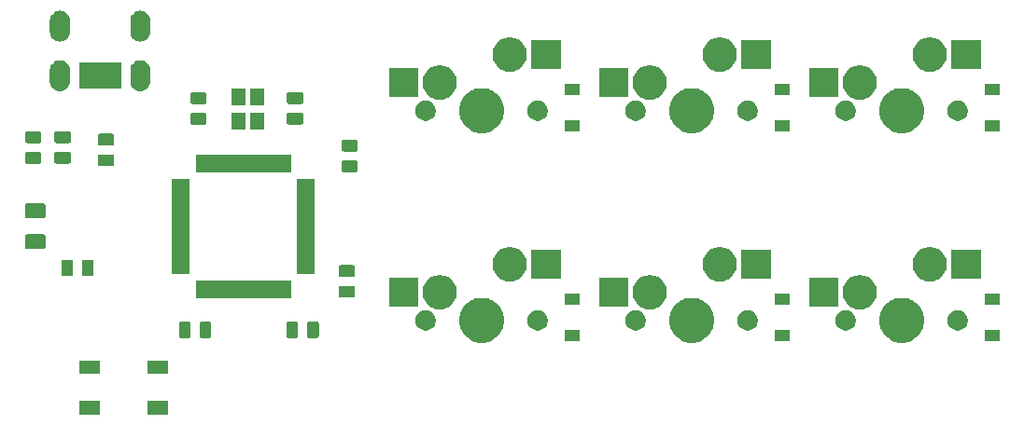
<source format=gbs>
G04 #@! TF.GenerationSoftware,KiCad,Pcbnew,(5.1.4)-1*
G04 #@! TF.CreationDate,2023-05-30T16:43:03-07:00*
G04 #@! TF.ProjectId,keypad,6b657970-6164-42e6-9b69-6361645f7063,rev?*
G04 #@! TF.SameCoordinates,Original*
G04 #@! TF.FileFunction,Soldermask,Bot*
G04 #@! TF.FilePolarity,Negative*
%FSLAX46Y46*%
G04 Gerber Fmt 4.6, Leading zero omitted, Abs format (unit mm)*
G04 Created by KiCad (PCBNEW (5.1.4)-1) date 2023-05-30 16:43:03*
%MOMM*%
%LPD*%
G04 APERTURE LIST*
%ADD10C,0.100000*%
G04 APERTURE END LIST*
D10*
G36*
X178751000Y-139507250D02*
G01*
X176849000Y-139507250D01*
X176849000Y-138305250D01*
X178751000Y-138305250D01*
X178751000Y-139507250D01*
X178751000Y-139507250D01*
G37*
G36*
X172551000Y-139507250D02*
G01*
X170649000Y-139507250D01*
X170649000Y-138305250D01*
X172551000Y-138305250D01*
X172551000Y-139507250D01*
X172551000Y-139507250D01*
G37*
G36*
X172551000Y-135807250D02*
G01*
X170649000Y-135807250D01*
X170649000Y-134605250D01*
X172551000Y-134605250D01*
X172551000Y-135807250D01*
X172551000Y-135807250D01*
G37*
G36*
X178751000Y-135807250D02*
G01*
X176849000Y-135807250D01*
X176849000Y-134605250D01*
X178751000Y-134605250D01*
X178751000Y-135807250D01*
X178751000Y-135807250D01*
G37*
G36*
X245865224Y-129002434D02*
G01*
X246083224Y-129092733D01*
X246237373Y-129156583D01*
X246572298Y-129380373D01*
X246857127Y-129665202D01*
X247080917Y-130000127D01*
X247113312Y-130078336D01*
X247235066Y-130372276D01*
X247313650Y-130767344D01*
X247313650Y-131170156D01*
X247235066Y-131565224D01*
X247184201Y-131688022D01*
X247080917Y-131937373D01*
X246857127Y-132272298D01*
X246572298Y-132557127D01*
X246237373Y-132780917D01*
X246109219Y-132834000D01*
X245865224Y-132935066D01*
X245470156Y-133013650D01*
X245067344Y-133013650D01*
X244672276Y-132935066D01*
X244428281Y-132834000D01*
X244300127Y-132780917D01*
X243965202Y-132557127D01*
X243680373Y-132272298D01*
X243456583Y-131937373D01*
X243353299Y-131688022D01*
X243302434Y-131565224D01*
X243223850Y-131170156D01*
X243223850Y-130767344D01*
X243302434Y-130372276D01*
X243424188Y-130078336D01*
X243456583Y-130000127D01*
X243680373Y-129665202D01*
X243965202Y-129380373D01*
X244300127Y-129156583D01*
X244454276Y-129092733D01*
X244672276Y-129002434D01*
X245067344Y-128923850D01*
X245470156Y-128923850D01*
X245865224Y-129002434D01*
X245865224Y-129002434D01*
G37*
G36*
X207765224Y-129002434D02*
G01*
X207983224Y-129092733D01*
X208137373Y-129156583D01*
X208472298Y-129380373D01*
X208757127Y-129665202D01*
X208980917Y-130000127D01*
X209013312Y-130078336D01*
X209135066Y-130372276D01*
X209213650Y-130767344D01*
X209213650Y-131170156D01*
X209135066Y-131565224D01*
X209084201Y-131688022D01*
X208980917Y-131937373D01*
X208757127Y-132272298D01*
X208472298Y-132557127D01*
X208137373Y-132780917D01*
X208009219Y-132834000D01*
X207765224Y-132935066D01*
X207370156Y-133013650D01*
X206967344Y-133013650D01*
X206572276Y-132935066D01*
X206328281Y-132834000D01*
X206200127Y-132780917D01*
X205865202Y-132557127D01*
X205580373Y-132272298D01*
X205356583Y-131937373D01*
X205253299Y-131688022D01*
X205202434Y-131565224D01*
X205123850Y-131170156D01*
X205123850Y-130767344D01*
X205202434Y-130372276D01*
X205324188Y-130078336D01*
X205356583Y-130000127D01*
X205580373Y-129665202D01*
X205865202Y-129380373D01*
X206200127Y-129156583D01*
X206354276Y-129092733D01*
X206572276Y-129002434D01*
X206967344Y-128923850D01*
X207370156Y-128923850D01*
X207765224Y-129002434D01*
X207765224Y-129002434D01*
G37*
G36*
X226815224Y-129002434D02*
G01*
X227033224Y-129092733D01*
X227187373Y-129156583D01*
X227522298Y-129380373D01*
X227807127Y-129665202D01*
X228030917Y-130000127D01*
X228063312Y-130078336D01*
X228185066Y-130372276D01*
X228263650Y-130767344D01*
X228263650Y-131170156D01*
X228185066Y-131565224D01*
X228134201Y-131688022D01*
X228030917Y-131937373D01*
X227807127Y-132272298D01*
X227522298Y-132557127D01*
X227187373Y-132780917D01*
X227059219Y-132834000D01*
X226815224Y-132935066D01*
X226420156Y-133013650D01*
X226017344Y-133013650D01*
X225622276Y-132935066D01*
X225378281Y-132834000D01*
X225250127Y-132780917D01*
X224915202Y-132557127D01*
X224630373Y-132272298D01*
X224406583Y-131937373D01*
X224303299Y-131688022D01*
X224252434Y-131565224D01*
X224173850Y-131170156D01*
X224173850Y-130767344D01*
X224252434Y-130372276D01*
X224374188Y-130078336D01*
X224406583Y-130000127D01*
X224630373Y-129665202D01*
X224915202Y-129380373D01*
X225250127Y-129156583D01*
X225404276Y-129092733D01*
X225622276Y-129002434D01*
X226017344Y-128923850D01*
X226420156Y-128923850D01*
X226815224Y-129002434D01*
X226815224Y-129002434D01*
G37*
G36*
X254143000Y-132834000D02*
G01*
X252841000Y-132834000D01*
X252841000Y-131832000D01*
X254143000Y-131832000D01*
X254143000Y-132834000D01*
X254143000Y-132834000D01*
G37*
G36*
X235093000Y-132834000D02*
G01*
X233791000Y-132834000D01*
X233791000Y-131832000D01*
X235093000Y-131832000D01*
X235093000Y-132834000D01*
X235093000Y-132834000D01*
G37*
G36*
X216043000Y-132834000D02*
G01*
X214741000Y-132834000D01*
X214741000Y-131832000D01*
X216043000Y-131832000D01*
X216043000Y-132834000D01*
X216043000Y-132834000D01*
G37*
G36*
X180614968Y-131079565D02*
G01*
X180653638Y-131091296D01*
X180689277Y-131110346D01*
X180720517Y-131135983D01*
X180746154Y-131167223D01*
X180765204Y-131202862D01*
X180776935Y-131241532D01*
X180781500Y-131287888D01*
X180781500Y-132364112D01*
X180776935Y-132410468D01*
X180765204Y-132449138D01*
X180746154Y-132484777D01*
X180720517Y-132516017D01*
X180689277Y-132541654D01*
X180653638Y-132560704D01*
X180614968Y-132572435D01*
X180568612Y-132577000D01*
X179917388Y-132577000D01*
X179871032Y-132572435D01*
X179832362Y-132560704D01*
X179796723Y-132541654D01*
X179765483Y-132516017D01*
X179739846Y-132484777D01*
X179720796Y-132449138D01*
X179709065Y-132410468D01*
X179704500Y-132364112D01*
X179704500Y-131287888D01*
X179709065Y-131241532D01*
X179720796Y-131202862D01*
X179739846Y-131167223D01*
X179765483Y-131135983D01*
X179796723Y-131110346D01*
X179832362Y-131091296D01*
X179871032Y-131079565D01*
X179917388Y-131075000D01*
X180568612Y-131075000D01*
X180614968Y-131079565D01*
X180614968Y-131079565D01*
G37*
G36*
X190363968Y-131079565D02*
G01*
X190402638Y-131091296D01*
X190438277Y-131110346D01*
X190469517Y-131135983D01*
X190495154Y-131167223D01*
X190514204Y-131202862D01*
X190525935Y-131241532D01*
X190530500Y-131287888D01*
X190530500Y-132364112D01*
X190525935Y-132410468D01*
X190514204Y-132449138D01*
X190495154Y-132484777D01*
X190469517Y-132516017D01*
X190438277Y-132541654D01*
X190402638Y-132560704D01*
X190363968Y-132572435D01*
X190317612Y-132577000D01*
X189666388Y-132577000D01*
X189620032Y-132572435D01*
X189581362Y-132560704D01*
X189545723Y-132541654D01*
X189514483Y-132516017D01*
X189488846Y-132484777D01*
X189469796Y-132449138D01*
X189458065Y-132410468D01*
X189453500Y-132364112D01*
X189453500Y-131287888D01*
X189458065Y-131241532D01*
X189469796Y-131202862D01*
X189488846Y-131167223D01*
X189514483Y-131135983D01*
X189545723Y-131110346D01*
X189581362Y-131091296D01*
X189620032Y-131079565D01*
X189666388Y-131075000D01*
X190317612Y-131075000D01*
X190363968Y-131079565D01*
X190363968Y-131079565D01*
G37*
G36*
X192238968Y-131079565D02*
G01*
X192277638Y-131091296D01*
X192313277Y-131110346D01*
X192344517Y-131135983D01*
X192370154Y-131167223D01*
X192389204Y-131202862D01*
X192400935Y-131241532D01*
X192405500Y-131287888D01*
X192405500Y-132364112D01*
X192400935Y-132410468D01*
X192389204Y-132449138D01*
X192370154Y-132484777D01*
X192344517Y-132516017D01*
X192313277Y-132541654D01*
X192277638Y-132560704D01*
X192238968Y-132572435D01*
X192192612Y-132577000D01*
X191541388Y-132577000D01*
X191495032Y-132572435D01*
X191456362Y-132560704D01*
X191420723Y-132541654D01*
X191389483Y-132516017D01*
X191363846Y-132484777D01*
X191344796Y-132449138D01*
X191333065Y-132410468D01*
X191328500Y-132364112D01*
X191328500Y-131287888D01*
X191333065Y-131241532D01*
X191344796Y-131202862D01*
X191363846Y-131167223D01*
X191389483Y-131135983D01*
X191420723Y-131110346D01*
X191456362Y-131091296D01*
X191495032Y-131079565D01*
X191541388Y-131075000D01*
X192192612Y-131075000D01*
X192238968Y-131079565D01*
X192238968Y-131079565D01*
G37*
G36*
X182489968Y-131079565D02*
G01*
X182528638Y-131091296D01*
X182564277Y-131110346D01*
X182595517Y-131135983D01*
X182621154Y-131167223D01*
X182640204Y-131202862D01*
X182651935Y-131241532D01*
X182656500Y-131287888D01*
X182656500Y-132364112D01*
X182651935Y-132410468D01*
X182640204Y-132449138D01*
X182621154Y-132484777D01*
X182595517Y-132516017D01*
X182564277Y-132541654D01*
X182528638Y-132560704D01*
X182489968Y-132572435D01*
X182443612Y-132577000D01*
X181792388Y-132577000D01*
X181746032Y-132572435D01*
X181707362Y-132560704D01*
X181671723Y-132541654D01*
X181640483Y-132516017D01*
X181614846Y-132484777D01*
X181595796Y-132449138D01*
X181584065Y-132410468D01*
X181579500Y-132364112D01*
X181579500Y-131287888D01*
X181584065Y-131241532D01*
X181595796Y-131202862D01*
X181614846Y-131167223D01*
X181640483Y-131135983D01*
X181671723Y-131110346D01*
X181707362Y-131091296D01*
X181746032Y-131079565D01*
X181792388Y-131075000D01*
X182443612Y-131075000D01*
X182489968Y-131079565D01*
X182489968Y-131079565D01*
G37*
G36*
X240458854Y-130078335D02*
G01*
X240627376Y-130148139D01*
X240779041Y-130249478D01*
X240908022Y-130378459D01*
X241009361Y-130530124D01*
X241079165Y-130698646D01*
X241114750Y-130877547D01*
X241114750Y-131059953D01*
X241079165Y-131238854D01*
X241009361Y-131407376D01*
X240908022Y-131559041D01*
X240779041Y-131688022D01*
X240627376Y-131789361D01*
X240458854Y-131859165D01*
X240279953Y-131894750D01*
X240097547Y-131894750D01*
X239918646Y-131859165D01*
X239750124Y-131789361D01*
X239598459Y-131688022D01*
X239469478Y-131559041D01*
X239368139Y-131407376D01*
X239298335Y-131238854D01*
X239262750Y-131059953D01*
X239262750Y-130877547D01*
X239298335Y-130698646D01*
X239368139Y-130530124D01*
X239469478Y-130378459D01*
X239598459Y-130249478D01*
X239750124Y-130148139D01*
X239918646Y-130078335D01*
X240097547Y-130042750D01*
X240279953Y-130042750D01*
X240458854Y-130078335D01*
X240458854Y-130078335D01*
G37*
G36*
X202358854Y-130078335D02*
G01*
X202527376Y-130148139D01*
X202679041Y-130249478D01*
X202808022Y-130378459D01*
X202909361Y-130530124D01*
X202979165Y-130698646D01*
X203014750Y-130877547D01*
X203014750Y-131059953D01*
X202979165Y-131238854D01*
X202909361Y-131407376D01*
X202808022Y-131559041D01*
X202679041Y-131688022D01*
X202527376Y-131789361D01*
X202358854Y-131859165D01*
X202179953Y-131894750D01*
X201997547Y-131894750D01*
X201818646Y-131859165D01*
X201650124Y-131789361D01*
X201498459Y-131688022D01*
X201369478Y-131559041D01*
X201268139Y-131407376D01*
X201198335Y-131238854D01*
X201162750Y-131059953D01*
X201162750Y-130877547D01*
X201198335Y-130698646D01*
X201268139Y-130530124D01*
X201369478Y-130378459D01*
X201498459Y-130249478D01*
X201650124Y-130148139D01*
X201818646Y-130078335D01*
X201997547Y-130042750D01*
X202179953Y-130042750D01*
X202358854Y-130078335D01*
X202358854Y-130078335D01*
G37*
G36*
X212518854Y-130078335D02*
G01*
X212687376Y-130148139D01*
X212839041Y-130249478D01*
X212968022Y-130378459D01*
X213069361Y-130530124D01*
X213139165Y-130698646D01*
X213174750Y-130877547D01*
X213174750Y-131059953D01*
X213139165Y-131238854D01*
X213069361Y-131407376D01*
X212968022Y-131559041D01*
X212839041Y-131688022D01*
X212687376Y-131789361D01*
X212518854Y-131859165D01*
X212339953Y-131894750D01*
X212157547Y-131894750D01*
X211978646Y-131859165D01*
X211810124Y-131789361D01*
X211658459Y-131688022D01*
X211529478Y-131559041D01*
X211428139Y-131407376D01*
X211358335Y-131238854D01*
X211322750Y-131059953D01*
X211322750Y-130877547D01*
X211358335Y-130698646D01*
X211428139Y-130530124D01*
X211529478Y-130378459D01*
X211658459Y-130249478D01*
X211810124Y-130148139D01*
X211978646Y-130078335D01*
X212157547Y-130042750D01*
X212339953Y-130042750D01*
X212518854Y-130078335D01*
X212518854Y-130078335D01*
G37*
G36*
X221408854Y-130078335D02*
G01*
X221577376Y-130148139D01*
X221729041Y-130249478D01*
X221858022Y-130378459D01*
X221959361Y-130530124D01*
X222029165Y-130698646D01*
X222064750Y-130877547D01*
X222064750Y-131059953D01*
X222029165Y-131238854D01*
X221959361Y-131407376D01*
X221858022Y-131559041D01*
X221729041Y-131688022D01*
X221577376Y-131789361D01*
X221408854Y-131859165D01*
X221229953Y-131894750D01*
X221047547Y-131894750D01*
X220868646Y-131859165D01*
X220700124Y-131789361D01*
X220548459Y-131688022D01*
X220419478Y-131559041D01*
X220318139Y-131407376D01*
X220248335Y-131238854D01*
X220212750Y-131059953D01*
X220212750Y-130877547D01*
X220248335Y-130698646D01*
X220318139Y-130530124D01*
X220419478Y-130378459D01*
X220548459Y-130249478D01*
X220700124Y-130148139D01*
X220868646Y-130078335D01*
X221047547Y-130042750D01*
X221229953Y-130042750D01*
X221408854Y-130078335D01*
X221408854Y-130078335D01*
G37*
G36*
X231568854Y-130078335D02*
G01*
X231737376Y-130148139D01*
X231889041Y-130249478D01*
X232018022Y-130378459D01*
X232119361Y-130530124D01*
X232189165Y-130698646D01*
X232224750Y-130877547D01*
X232224750Y-131059953D01*
X232189165Y-131238854D01*
X232119361Y-131407376D01*
X232018022Y-131559041D01*
X231889041Y-131688022D01*
X231737376Y-131789361D01*
X231568854Y-131859165D01*
X231389953Y-131894750D01*
X231207547Y-131894750D01*
X231028646Y-131859165D01*
X230860124Y-131789361D01*
X230708459Y-131688022D01*
X230579478Y-131559041D01*
X230478139Y-131407376D01*
X230408335Y-131238854D01*
X230372750Y-131059953D01*
X230372750Y-130877547D01*
X230408335Y-130698646D01*
X230478139Y-130530124D01*
X230579478Y-130378459D01*
X230708459Y-130249478D01*
X230860124Y-130148139D01*
X231028646Y-130078335D01*
X231207547Y-130042750D01*
X231389953Y-130042750D01*
X231568854Y-130078335D01*
X231568854Y-130078335D01*
G37*
G36*
X250618854Y-130078335D02*
G01*
X250787376Y-130148139D01*
X250939041Y-130249478D01*
X251068022Y-130378459D01*
X251169361Y-130530124D01*
X251239165Y-130698646D01*
X251274750Y-130877547D01*
X251274750Y-131059953D01*
X251239165Y-131238854D01*
X251169361Y-131407376D01*
X251068022Y-131559041D01*
X250939041Y-131688022D01*
X250787376Y-131789361D01*
X250618854Y-131859165D01*
X250439953Y-131894750D01*
X250257547Y-131894750D01*
X250078646Y-131859165D01*
X249910124Y-131789361D01*
X249758459Y-131688022D01*
X249629478Y-131559041D01*
X249528139Y-131407376D01*
X249458335Y-131238854D01*
X249422750Y-131059953D01*
X249422750Y-130877547D01*
X249458335Y-130698646D01*
X249528139Y-130530124D01*
X249629478Y-130378459D01*
X249758459Y-130249478D01*
X249910124Y-130148139D01*
X250078646Y-130078335D01*
X250257547Y-130042750D01*
X250439953Y-130042750D01*
X250618854Y-130078335D01*
X250618854Y-130078335D01*
G37*
G36*
X203636631Y-126902638D02*
G01*
X203811160Y-126937354D01*
X204093424Y-127054271D01*
X204347455Y-127224009D01*
X204563491Y-127440045D01*
X204733229Y-127694076D01*
X204850146Y-127976340D01*
X204850146Y-127976341D01*
X204909750Y-128275989D01*
X204909750Y-128581511D01*
X204879948Y-128731335D01*
X204850146Y-128881160D01*
X204733229Y-129163424D01*
X204563491Y-129417455D01*
X204347455Y-129633491D01*
X204093424Y-129803229D01*
X203811160Y-129920146D01*
X203661335Y-129949948D01*
X203511511Y-129979750D01*
X203205989Y-129979750D01*
X203056165Y-129949948D01*
X202906340Y-129920146D01*
X202624076Y-129803229D01*
X202370045Y-129633491D01*
X202154009Y-129417455D01*
X201984271Y-129163424D01*
X201867354Y-128881160D01*
X201837552Y-128731335D01*
X201807750Y-128581511D01*
X201807750Y-128275989D01*
X201867354Y-127976341D01*
X201867354Y-127976340D01*
X201984271Y-127694076D01*
X202154009Y-127440045D01*
X202370045Y-127224009D01*
X202624076Y-127054271D01*
X202906340Y-126937354D01*
X203080869Y-126902638D01*
X203205989Y-126877750D01*
X203511511Y-126877750D01*
X203636631Y-126902638D01*
X203636631Y-126902638D01*
G37*
G36*
X241736631Y-126902638D02*
G01*
X241911160Y-126937354D01*
X242193424Y-127054271D01*
X242447455Y-127224009D01*
X242663491Y-127440045D01*
X242833229Y-127694076D01*
X242950146Y-127976340D01*
X242950146Y-127976341D01*
X243009750Y-128275989D01*
X243009750Y-128581511D01*
X242979948Y-128731335D01*
X242950146Y-128881160D01*
X242833229Y-129163424D01*
X242663491Y-129417455D01*
X242447455Y-129633491D01*
X242193424Y-129803229D01*
X241911160Y-129920146D01*
X241761335Y-129949948D01*
X241611511Y-129979750D01*
X241305989Y-129979750D01*
X241156165Y-129949948D01*
X241006340Y-129920146D01*
X240724076Y-129803229D01*
X240470045Y-129633491D01*
X240254009Y-129417455D01*
X240084271Y-129163424D01*
X239967354Y-128881160D01*
X239937552Y-128731335D01*
X239907750Y-128581511D01*
X239907750Y-128275989D01*
X239967354Y-127976341D01*
X239967354Y-127976340D01*
X240084271Y-127694076D01*
X240254009Y-127440045D01*
X240470045Y-127224009D01*
X240724076Y-127054271D01*
X241006340Y-126937354D01*
X241180869Y-126902638D01*
X241305989Y-126877750D01*
X241611511Y-126877750D01*
X241736631Y-126902638D01*
X241736631Y-126902638D01*
G37*
G36*
X222686631Y-126902638D02*
G01*
X222861160Y-126937354D01*
X223143424Y-127054271D01*
X223397455Y-127224009D01*
X223613491Y-127440045D01*
X223783229Y-127694076D01*
X223900146Y-127976340D01*
X223900146Y-127976341D01*
X223959750Y-128275989D01*
X223959750Y-128581511D01*
X223929948Y-128731335D01*
X223900146Y-128881160D01*
X223783229Y-129163424D01*
X223613491Y-129417455D01*
X223397455Y-129633491D01*
X223143424Y-129803229D01*
X222861160Y-129920146D01*
X222711335Y-129949948D01*
X222561511Y-129979750D01*
X222255989Y-129979750D01*
X222106165Y-129949948D01*
X221956340Y-129920146D01*
X221674076Y-129803229D01*
X221420045Y-129633491D01*
X221204009Y-129417455D01*
X221034271Y-129163424D01*
X220917354Y-128881160D01*
X220887552Y-128731335D01*
X220857750Y-128581511D01*
X220857750Y-128275989D01*
X220917354Y-127976341D01*
X220917354Y-127976340D01*
X221034271Y-127694076D01*
X221204009Y-127440045D01*
X221420045Y-127224009D01*
X221674076Y-127054271D01*
X221956340Y-126937354D01*
X222130869Y-126902638D01*
X222255989Y-126877750D01*
X222561511Y-126877750D01*
X222686631Y-126902638D01*
X222686631Y-126902638D01*
G37*
G36*
X220459750Y-129729750D02*
G01*
X217807750Y-129729750D01*
X217807750Y-127127750D01*
X220459750Y-127127750D01*
X220459750Y-129729750D01*
X220459750Y-129729750D01*
G37*
G36*
X201409750Y-129729750D02*
G01*
X198757750Y-129729750D01*
X198757750Y-127127750D01*
X201409750Y-127127750D01*
X201409750Y-129729750D01*
X201409750Y-129729750D01*
G37*
G36*
X239509750Y-129729750D02*
G01*
X236857750Y-129729750D01*
X236857750Y-127127750D01*
X239509750Y-127127750D01*
X239509750Y-129729750D01*
X239509750Y-129729750D01*
G37*
G36*
X216043000Y-129534000D02*
G01*
X214741000Y-129534000D01*
X214741000Y-128532000D01*
X216043000Y-128532000D01*
X216043000Y-129534000D01*
X216043000Y-129534000D01*
G37*
G36*
X254143000Y-129534000D02*
G01*
X252841000Y-129534000D01*
X252841000Y-128532000D01*
X254143000Y-128532000D01*
X254143000Y-129534000D01*
X254143000Y-129534000D01*
G37*
G36*
X235093000Y-129534000D02*
G01*
X233791000Y-129534000D01*
X233791000Y-128532000D01*
X235093000Y-128532000D01*
X235093000Y-129534000D01*
X235093000Y-129534000D01*
G37*
G36*
X189873000Y-128929000D02*
G01*
X181221000Y-128929000D01*
X181221000Y-127327000D01*
X189873000Y-127327000D01*
X189873000Y-128929000D01*
X189873000Y-128929000D01*
G37*
G36*
X195529468Y-127833065D02*
G01*
X195568138Y-127844796D01*
X195603777Y-127863846D01*
X195635017Y-127889483D01*
X195660654Y-127920723D01*
X195679704Y-127956362D01*
X195691435Y-127995032D01*
X195696000Y-128041388D01*
X195696000Y-128692612D01*
X195691435Y-128738968D01*
X195679704Y-128777638D01*
X195660654Y-128813277D01*
X195635017Y-128844517D01*
X195603777Y-128870154D01*
X195568138Y-128889204D01*
X195529468Y-128900935D01*
X195483112Y-128905500D01*
X194406888Y-128905500D01*
X194360532Y-128900935D01*
X194321862Y-128889204D01*
X194286223Y-128870154D01*
X194254983Y-128844517D01*
X194229346Y-128813277D01*
X194210296Y-128777638D01*
X194198565Y-128738968D01*
X194194000Y-128692612D01*
X194194000Y-128041388D01*
X194198565Y-127995032D01*
X194210296Y-127956362D01*
X194229346Y-127920723D01*
X194254983Y-127889483D01*
X194286223Y-127863846D01*
X194321862Y-127844796D01*
X194360532Y-127833065D01*
X194406888Y-127828500D01*
X195483112Y-127828500D01*
X195529468Y-127833065D01*
X195529468Y-127833065D01*
G37*
G36*
X229061335Y-124367552D02*
G01*
X229211160Y-124397354D01*
X229493424Y-124514271D01*
X229747455Y-124684009D01*
X229963491Y-124900045D01*
X230133229Y-125154076D01*
X230250146Y-125436340D01*
X230257149Y-125471546D01*
X230296254Y-125668138D01*
X230309750Y-125735990D01*
X230309750Y-126041510D01*
X230250146Y-126341160D01*
X230133229Y-126623424D01*
X229963491Y-126877455D01*
X229747455Y-127093491D01*
X229493424Y-127263229D01*
X229211160Y-127380146D01*
X229061335Y-127409948D01*
X228911511Y-127439750D01*
X228605989Y-127439750D01*
X228456165Y-127409948D01*
X228306340Y-127380146D01*
X228024076Y-127263229D01*
X227770045Y-127093491D01*
X227554009Y-126877455D01*
X227384271Y-126623424D01*
X227267354Y-126341160D01*
X227207750Y-126041510D01*
X227207750Y-125735990D01*
X227221247Y-125668138D01*
X227260351Y-125471546D01*
X227267354Y-125436340D01*
X227384271Y-125154076D01*
X227554009Y-124900045D01*
X227770045Y-124684009D01*
X228024076Y-124514271D01*
X228306340Y-124397354D01*
X228456165Y-124367552D01*
X228605989Y-124337750D01*
X228911511Y-124337750D01*
X229061335Y-124367552D01*
X229061335Y-124367552D01*
G37*
G36*
X210011335Y-124367552D02*
G01*
X210161160Y-124397354D01*
X210443424Y-124514271D01*
X210697455Y-124684009D01*
X210913491Y-124900045D01*
X211083229Y-125154076D01*
X211200146Y-125436340D01*
X211207149Y-125471546D01*
X211246254Y-125668138D01*
X211259750Y-125735990D01*
X211259750Y-126041510D01*
X211200146Y-126341160D01*
X211083229Y-126623424D01*
X210913491Y-126877455D01*
X210697455Y-127093491D01*
X210443424Y-127263229D01*
X210161160Y-127380146D01*
X210011335Y-127409948D01*
X209861511Y-127439750D01*
X209555989Y-127439750D01*
X209406165Y-127409948D01*
X209256340Y-127380146D01*
X208974076Y-127263229D01*
X208720045Y-127093491D01*
X208504009Y-126877455D01*
X208334271Y-126623424D01*
X208217354Y-126341160D01*
X208157750Y-126041510D01*
X208157750Y-125735990D01*
X208171247Y-125668138D01*
X208210351Y-125471546D01*
X208217354Y-125436340D01*
X208334271Y-125154076D01*
X208504009Y-124900045D01*
X208720045Y-124684009D01*
X208974076Y-124514271D01*
X209256340Y-124397354D01*
X209406165Y-124367552D01*
X209555989Y-124337750D01*
X209861511Y-124337750D01*
X210011335Y-124367552D01*
X210011335Y-124367552D01*
G37*
G36*
X248111335Y-124367552D02*
G01*
X248261160Y-124397354D01*
X248543424Y-124514271D01*
X248797455Y-124684009D01*
X249013491Y-124900045D01*
X249183229Y-125154076D01*
X249300146Y-125436340D01*
X249307149Y-125471546D01*
X249346254Y-125668138D01*
X249359750Y-125735990D01*
X249359750Y-126041510D01*
X249300146Y-126341160D01*
X249183229Y-126623424D01*
X249013491Y-126877455D01*
X248797455Y-127093491D01*
X248543424Y-127263229D01*
X248261160Y-127380146D01*
X248111335Y-127409948D01*
X247961511Y-127439750D01*
X247655989Y-127439750D01*
X247506165Y-127409948D01*
X247356340Y-127380146D01*
X247074076Y-127263229D01*
X246820045Y-127093491D01*
X246604009Y-126877455D01*
X246434271Y-126623424D01*
X246317354Y-126341160D01*
X246257750Y-126041510D01*
X246257750Y-125735990D01*
X246271247Y-125668138D01*
X246310351Y-125471546D01*
X246317354Y-125436340D01*
X246434271Y-125154076D01*
X246604009Y-124900045D01*
X246820045Y-124684009D01*
X247074076Y-124514271D01*
X247356340Y-124397354D01*
X247506165Y-124367552D01*
X247655989Y-124337750D01*
X247961511Y-124337750D01*
X248111335Y-124367552D01*
X248111335Y-124367552D01*
G37*
G36*
X214336750Y-127189750D02*
G01*
X211684750Y-127189750D01*
X211684750Y-124587750D01*
X214336750Y-124587750D01*
X214336750Y-127189750D01*
X214336750Y-127189750D01*
G37*
G36*
X233386750Y-127189750D02*
G01*
X230734750Y-127189750D01*
X230734750Y-124587750D01*
X233386750Y-124587750D01*
X233386750Y-127189750D01*
X233386750Y-127189750D01*
G37*
G36*
X252436750Y-127189750D02*
G01*
X249784750Y-127189750D01*
X249784750Y-124587750D01*
X252436750Y-124587750D01*
X252436750Y-127189750D01*
X252436750Y-127189750D01*
G37*
G36*
X195529468Y-125958065D02*
G01*
X195568138Y-125969796D01*
X195603777Y-125988846D01*
X195635017Y-126014483D01*
X195660654Y-126045723D01*
X195679704Y-126081362D01*
X195691435Y-126120032D01*
X195696000Y-126166388D01*
X195696000Y-126817612D01*
X195691435Y-126863968D01*
X195679704Y-126902638D01*
X195660654Y-126938277D01*
X195635017Y-126969517D01*
X195603777Y-126995154D01*
X195568138Y-127014204D01*
X195529468Y-127025935D01*
X195483112Y-127030500D01*
X194406888Y-127030500D01*
X194360532Y-127025935D01*
X194321862Y-127014204D01*
X194286223Y-126995154D01*
X194254983Y-126969517D01*
X194229346Y-126938277D01*
X194210296Y-126902638D01*
X194198565Y-126863968D01*
X194194000Y-126817612D01*
X194194000Y-126166388D01*
X194198565Y-126120032D01*
X194210296Y-126081362D01*
X194229346Y-126045723D01*
X194254983Y-126014483D01*
X194286223Y-125988846D01*
X194321862Y-125969796D01*
X194360532Y-125958065D01*
X194406888Y-125953500D01*
X195483112Y-125953500D01*
X195529468Y-125958065D01*
X195529468Y-125958065D01*
G37*
G36*
X171821968Y-125459815D02*
G01*
X171860638Y-125471546D01*
X171896277Y-125490596D01*
X171927517Y-125516233D01*
X171953154Y-125547473D01*
X171972204Y-125583112D01*
X171983935Y-125621782D01*
X171988500Y-125668138D01*
X171988500Y-126744362D01*
X171983935Y-126790718D01*
X171972204Y-126829388D01*
X171953154Y-126865027D01*
X171927517Y-126896267D01*
X171896277Y-126921904D01*
X171860638Y-126940954D01*
X171821968Y-126952685D01*
X171775612Y-126957250D01*
X171124388Y-126957250D01*
X171078032Y-126952685D01*
X171039362Y-126940954D01*
X171003723Y-126921904D01*
X170972483Y-126896267D01*
X170946846Y-126865027D01*
X170927796Y-126829388D01*
X170916065Y-126790718D01*
X170911500Y-126744362D01*
X170911500Y-125668138D01*
X170916065Y-125621782D01*
X170927796Y-125583112D01*
X170946846Y-125547473D01*
X170972483Y-125516233D01*
X171003723Y-125490596D01*
X171039362Y-125471546D01*
X171078032Y-125459815D01*
X171124388Y-125455250D01*
X171775612Y-125455250D01*
X171821968Y-125459815D01*
X171821968Y-125459815D01*
G37*
G36*
X169946968Y-125459815D02*
G01*
X169985638Y-125471546D01*
X170021277Y-125490596D01*
X170052517Y-125516233D01*
X170078154Y-125547473D01*
X170097204Y-125583112D01*
X170108935Y-125621782D01*
X170113500Y-125668138D01*
X170113500Y-126744362D01*
X170108935Y-126790718D01*
X170097204Y-126829388D01*
X170078154Y-126865027D01*
X170052517Y-126896267D01*
X170021277Y-126921904D01*
X169985638Y-126940954D01*
X169946968Y-126952685D01*
X169900612Y-126957250D01*
X169249388Y-126957250D01*
X169203032Y-126952685D01*
X169164362Y-126940954D01*
X169128723Y-126921904D01*
X169097483Y-126896267D01*
X169071846Y-126865027D01*
X169052796Y-126829388D01*
X169041065Y-126790718D01*
X169036500Y-126744362D01*
X169036500Y-125668138D01*
X169041065Y-125621782D01*
X169052796Y-125583112D01*
X169071846Y-125547473D01*
X169097483Y-125516233D01*
X169128723Y-125490596D01*
X169164362Y-125471546D01*
X169203032Y-125459815D01*
X169249388Y-125455250D01*
X169900612Y-125455250D01*
X169946968Y-125459815D01*
X169946968Y-125459815D01*
G37*
G36*
X192048000Y-126754000D02*
G01*
X190446000Y-126754000D01*
X190446000Y-118102000D01*
X192048000Y-118102000D01*
X192048000Y-126754000D01*
X192048000Y-126754000D01*
G37*
G36*
X180648000Y-126754000D02*
G01*
X179046000Y-126754000D01*
X179046000Y-118102000D01*
X180648000Y-118102000D01*
X180648000Y-126754000D01*
X180648000Y-126754000D01*
G37*
G36*
X167456104Y-123153347D02*
G01*
X167492644Y-123164432D01*
X167526321Y-123182433D01*
X167555841Y-123206659D01*
X167580067Y-123236179D01*
X167598068Y-123269856D01*
X167609153Y-123306396D01*
X167613500Y-123350538D01*
X167613500Y-124299462D01*
X167609153Y-124343604D01*
X167598068Y-124380144D01*
X167580067Y-124413821D01*
X167555841Y-124443341D01*
X167526321Y-124467567D01*
X167492644Y-124485568D01*
X167456104Y-124496653D01*
X167411962Y-124501000D01*
X165963038Y-124501000D01*
X165918896Y-124496653D01*
X165882356Y-124485568D01*
X165848679Y-124467567D01*
X165819159Y-124443341D01*
X165794933Y-124413821D01*
X165776932Y-124380144D01*
X165765847Y-124343604D01*
X165761500Y-124299462D01*
X165761500Y-123350538D01*
X165765847Y-123306396D01*
X165776932Y-123269856D01*
X165794933Y-123236179D01*
X165819159Y-123206659D01*
X165848679Y-123182433D01*
X165882356Y-123164432D01*
X165918896Y-123153347D01*
X165963038Y-123149000D01*
X167411962Y-123149000D01*
X167456104Y-123153347D01*
X167456104Y-123153347D01*
G37*
G36*
X167456104Y-120353347D02*
G01*
X167492644Y-120364432D01*
X167526321Y-120382433D01*
X167555841Y-120406659D01*
X167580067Y-120436179D01*
X167598068Y-120469856D01*
X167609153Y-120506396D01*
X167613500Y-120550538D01*
X167613500Y-121499462D01*
X167609153Y-121543604D01*
X167598068Y-121580144D01*
X167580067Y-121613821D01*
X167555841Y-121643341D01*
X167526321Y-121667567D01*
X167492644Y-121685568D01*
X167456104Y-121696653D01*
X167411962Y-121701000D01*
X165963038Y-121701000D01*
X165918896Y-121696653D01*
X165882356Y-121685568D01*
X165848679Y-121667567D01*
X165819159Y-121643341D01*
X165794933Y-121613821D01*
X165776932Y-121580144D01*
X165765847Y-121543604D01*
X165761500Y-121499462D01*
X165761500Y-120550538D01*
X165765847Y-120506396D01*
X165776932Y-120469856D01*
X165794933Y-120436179D01*
X165819159Y-120406659D01*
X165848679Y-120382433D01*
X165882356Y-120364432D01*
X165918896Y-120353347D01*
X165963038Y-120349000D01*
X167411962Y-120349000D01*
X167456104Y-120353347D01*
X167456104Y-120353347D01*
G37*
G36*
X189873000Y-117529000D02*
G01*
X181221000Y-117529000D01*
X181221000Y-115927000D01*
X189873000Y-115927000D01*
X189873000Y-117529000D01*
X189873000Y-117529000D01*
G37*
G36*
X195783468Y-116433065D02*
G01*
X195822138Y-116444796D01*
X195857777Y-116463846D01*
X195889017Y-116489483D01*
X195914654Y-116520723D01*
X195933704Y-116556362D01*
X195945435Y-116595032D01*
X195950000Y-116641388D01*
X195950000Y-117292612D01*
X195945435Y-117338968D01*
X195933704Y-117377638D01*
X195914654Y-117413277D01*
X195889017Y-117444517D01*
X195857777Y-117470154D01*
X195822138Y-117489204D01*
X195783468Y-117500935D01*
X195737112Y-117505500D01*
X194660888Y-117505500D01*
X194614532Y-117500935D01*
X194575862Y-117489204D01*
X194540223Y-117470154D01*
X194508983Y-117444517D01*
X194483346Y-117413277D01*
X194464296Y-117377638D01*
X194452565Y-117338968D01*
X194448000Y-117292612D01*
X194448000Y-116641388D01*
X194452565Y-116595032D01*
X194464296Y-116556362D01*
X194483346Y-116520723D01*
X194508983Y-116489483D01*
X194540223Y-116463846D01*
X194575862Y-116444796D01*
X194614532Y-116433065D01*
X194660888Y-116428500D01*
X195737112Y-116428500D01*
X195783468Y-116433065D01*
X195783468Y-116433065D01*
G37*
G36*
X173685468Y-115895065D02*
G01*
X173724138Y-115906796D01*
X173759777Y-115925846D01*
X173791017Y-115951483D01*
X173816654Y-115982723D01*
X173835704Y-116018362D01*
X173847435Y-116057032D01*
X173852000Y-116103388D01*
X173852000Y-116754612D01*
X173847435Y-116800968D01*
X173835704Y-116839638D01*
X173816654Y-116875277D01*
X173791017Y-116906517D01*
X173759777Y-116932154D01*
X173724138Y-116951204D01*
X173685468Y-116962935D01*
X173639112Y-116967500D01*
X172562888Y-116967500D01*
X172516532Y-116962935D01*
X172477862Y-116951204D01*
X172442223Y-116932154D01*
X172410983Y-116906517D01*
X172385346Y-116875277D01*
X172366296Y-116839638D01*
X172354565Y-116800968D01*
X172350000Y-116754612D01*
X172350000Y-116103388D01*
X172354565Y-116057032D01*
X172366296Y-116018362D01*
X172385346Y-115982723D01*
X172410983Y-115951483D01*
X172442223Y-115925846D01*
X172477862Y-115906796D01*
X172516532Y-115895065D01*
X172562888Y-115890500D01*
X173639112Y-115890500D01*
X173685468Y-115895065D01*
X173685468Y-115895065D01*
G37*
G36*
X167081468Y-115671065D02*
G01*
X167120138Y-115682796D01*
X167155777Y-115701846D01*
X167187017Y-115727483D01*
X167212654Y-115758723D01*
X167231704Y-115794362D01*
X167243435Y-115833032D01*
X167248000Y-115879388D01*
X167248000Y-116530612D01*
X167243435Y-116576968D01*
X167231704Y-116615638D01*
X167212654Y-116651277D01*
X167187017Y-116682517D01*
X167155777Y-116708154D01*
X167120138Y-116727204D01*
X167081468Y-116738935D01*
X167035112Y-116743500D01*
X165958888Y-116743500D01*
X165912532Y-116738935D01*
X165873862Y-116727204D01*
X165838223Y-116708154D01*
X165806983Y-116682517D01*
X165781346Y-116651277D01*
X165762296Y-116615638D01*
X165750565Y-116576968D01*
X165746000Y-116530612D01*
X165746000Y-115879388D01*
X165750565Y-115833032D01*
X165762296Y-115794362D01*
X165781346Y-115758723D01*
X165806983Y-115727483D01*
X165838223Y-115701846D01*
X165873862Y-115682796D01*
X165912532Y-115671065D01*
X165958888Y-115666500D01*
X167035112Y-115666500D01*
X167081468Y-115671065D01*
X167081468Y-115671065D01*
G37*
G36*
X169748468Y-115671065D02*
G01*
X169787138Y-115682796D01*
X169822777Y-115701846D01*
X169854017Y-115727483D01*
X169879654Y-115758723D01*
X169898704Y-115794362D01*
X169910435Y-115833032D01*
X169915000Y-115879388D01*
X169915000Y-116530612D01*
X169910435Y-116576968D01*
X169898704Y-116615638D01*
X169879654Y-116651277D01*
X169854017Y-116682517D01*
X169822777Y-116708154D01*
X169787138Y-116727204D01*
X169748468Y-116738935D01*
X169702112Y-116743500D01*
X168625888Y-116743500D01*
X168579532Y-116738935D01*
X168540862Y-116727204D01*
X168505223Y-116708154D01*
X168473983Y-116682517D01*
X168448346Y-116651277D01*
X168429296Y-116615638D01*
X168417565Y-116576968D01*
X168413000Y-116530612D01*
X168413000Y-115879388D01*
X168417565Y-115833032D01*
X168429296Y-115794362D01*
X168448346Y-115758723D01*
X168473983Y-115727483D01*
X168505223Y-115701846D01*
X168540862Y-115682796D01*
X168579532Y-115671065D01*
X168625888Y-115666500D01*
X169702112Y-115666500D01*
X169748468Y-115671065D01*
X169748468Y-115671065D01*
G37*
G36*
X195783468Y-114558065D02*
G01*
X195822138Y-114569796D01*
X195857777Y-114588846D01*
X195889017Y-114614483D01*
X195914654Y-114645723D01*
X195933704Y-114681362D01*
X195945435Y-114720032D01*
X195950000Y-114766388D01*
X195950000Y-115417612D01*
X195945435Y-115463968D01*
X195933704Y-115502638D01*
X195914654Y-115538277D01*
X195889017Y-115569517D01*
X195857777Y-115595154D01*
X195822138Y-115614204D01*
X195783468Y-115625935D01*
X195737112Y-115630500D01*
X194660888Y-115630500D01*
X194614532Y-115625935D01*
X194575862Y-115614204D01*
X194540223Y-115595154D01*
X194508983Y-115569517D01*
X194483346Y-115538277D01*
X194464296Y-115502638D01*
X194452565Y-115463968D01*
X194448000Y-115417612D01*
X194448000Y-114766388D01*
X194452565Y-114720032D01*
X194464296Y-114681362D01*
X194483346Y-114645723D01*
X194508983Y-114614483D01*
X194540223Y-114588846D01*
X194575862Y-114569796D01*
X194614532Y-114558065D01*
X194660888Y-114553500D01*
X195737112Y-114553500D01*
X195783468Y-114558065D01*
X195783468Y-114558065D01*
G37*
G36*
X173685468Y-114020065D02*
G01*
X173724138Y-114031796D01*
X173759777Y-114050846D01*
X173791017Y-114076483D01*
X173816654Y-114107723D01*
X173835704Y-114143362D01*
X173847435Y-114182032D01*
X173852000Y-114228388D01*
X173852000Y-114879612D01*
X173847435Y-114925968D01*
X173835704Y-114964638D01*
X173816654Y-115000277D01*
X173791017Y-115031517D01*
X173759777Y-115057154D01*
X173724138Y-115076204D01*
X173685468Y-115087935D01*
X173639112Y-115092500D01*
X172562888Y-115092500D01*
X172516532Y-115087935D01*
X172477862Y-115076204D01*
X172442223Y-115057154D01*
X172410983Y-115031517D01*
X172385346Y-115000277D01*
X172366296Y-114964638D01*
X172354565Y-114925968D01*
X172350000Y-114879612D01*
X172350000Y-114228388D01*
X172354565Y-114182032D01*
X172366296Y-114143362D01*
X172385346Y-114107723D01*
X172410983Y-114076483D01*
X172442223Y-114050846D01*
X172477862Y-114031796D01*
X172516532Y-114020065D01*
X172562888Y-114015500D01*
X173639112Y-114015500D01*
X173685468Y-114020065D01*
X173685468Y-114020065D01*
G37*
G36*
X169748468Y-113796065D02*
G01*
X169787138Y-113807796D01*
X169822777Y-113826846D01*
X169854017Y-113852483D01*
X169879654Y-113883723D01*
X169898704Y-113919362D01*
X169910435Y-113958032D01*
X169915000Y-114004388D01*
X169915000Y-114655612D01*
X169910435Y-114701968D01*
X169898704Y-114740638D01*
X169879654Y-114776277D01*
X169854017Y-114807517D01*
X169822777Y-114833154D01*
X169787138Y-114852204D01*
X169748468Y-114863935D01*
X169702112Y-114868500D01*
X168625888Y-114868500D01*
X168579532Y-114863935D01*
X168540862Y-114852204D01*
X168505223Y-114833154D01*
X168473983Y-114807517D01*
X168448346Y-114776277D01*
X168429296Y-114740638D01*
X168417565Y-114701968D01*
X168413000Y-114655612D01*
X168413000Y-114004388D01*
X168417565Y-113958032D01*
X168429296Y-113919362D01*
X168448346Y-113883723D01*
X168473983Y-113852483D01*
X168505223Y-113826846D01*
X168540862Y-113807796D01*
X168579532Y-113796065D01*
X168625888Y-113791500D01*
X169702112Y-113791500D01*
X169748468Y-113796065D01*
X169748468Y-113796065D01*
G37*
G36*
X167081468Y-113796065D02*
G01*
X167120138Y-113807796D01*
X167155777Y-113826846D01*
X167187017Y-113852483D01*
X167212654Y-113883723D01*
X167231704Y-113919362D01*
X167243435Y-113958032D01*
X167248000Y-114004388D01*
X167248000Y-114655612D01*
X167243435Y-114701968D01*
X167231704Y-114740638D01*
X167212654Y-114776277D01*
X167187017Y-114807517D01*
X167155777Y-114833154D01*
X167120138Y-114852204D01*
X167081468Y-114863935D01*
X167035112Y-114868500D01*
X165958888Y-114868500D01*
X165912532Y-114863935D01*
X165873862Y-114852204D01*
X165838223Y-114833154D01*
X165806983Y-114807517D01*
X165781346Y-114776277D01*
X165762296Y-114740638D01*
X165750565Y-114701968D01*
X165746000Y-114655612D01*
X165746000Y-114004388D01*
X165750565Y-113958032D01*
X165762296Y-113919362D01*
X165781346Y-113883723D01*
X165806983Y-113852483D01*
X165838223Y-113826846D01*
X165873862Y-113807796D01*
X165912532Y-113796065D01*
X165958888Y-113791500D01*
X167035112Y-113791500D01*
X167081468Y-113796065D01*
X167081468Y-113796065D01*
G37*
G36*
X245865224Y-109952434D02*
G01*
X246083224Y-110042733D01*
X246237373Y-110106583D01*
X246572298Y-110330373D01*
X246857127Y-110615202D01*
X247080917Y-110950127D01*
X247141247Y-111095778D01*
X247235066Y-111322276D01*
X247313650Y-111717344D01*
X247313650Y-112120156D01*
X247235066Y-112515224D01*
X247184201Y-112638022D01*
X247080917Y-112887373D01*
X246857127Y-113222298D01*
X246572298Y-113507127D01*
X246237373Y-113730917D01*
X246111633Y-113783000D01*
X245865224Y-113885066D01*
X245470156Y-113963650D01*
X245067344Y-113963650D01*
X244672276Y-113885066D01*
X244425867Y-113783000D01*
X244300127Y-113730917D01*
X243965202Y-113507127D01*
X243680373Y-113222298D01*
X243456583Y-112887373D01*
X243353299Y-112638022D01*
X243302434Y-112515224D01*
X243223850Y-112120156D01*
X243223850Y-111717344D01*
X243302434Y-111322276D01*
X243396253Y-111095778D01*
X243456583Y-110950127D01*
X243680373Y-110615202D01*
X243965202Y-110330373D01*
X244300127Y-110106583D01*
X244454276Y-110042733D01*
X244672276Y-109952434D01*
X245067344Y-109873850D01*
X245470156Y-109873850D01*
X245865224Y-109952434D01*
X245865224Y-109952434D01*
G37*
G36*
X226815224Y-109952434D02*
G01*
X227033224Y-110042733D01*
X227187373Y-110106583D01*
X227522298Y-110330373D01*
X227807127Y-110615202D01*
X228030917Y-110950127D01*
X228091247Y-111095778D01*
X228185066Y-111322276D01*
X228263650Y-111717344D01*
X228263650Y-112120156D01*
X228185066Y-112515224D01*
X228134201Y-112638022D01*
X228030917Y-112887373D01*
X227807127Y-113222298D01*
X227522298Y-113507127D01*
X227187373Y-113730917D01*
X227061633Y-113783000D01*
X226815224Y-113885066D01*
X226420156Y-113963650D01*
X226017344Y-113963650D01*
X225622276Y-113885066D01*
X225375867Y-113783000D01*
X225250127Y-113730917D01*
X224915202Y-113507127D01*
X224630373Y-113222298D01*
X224406583Y-112887373D01*
X224303299Y-112638022D01*
X224252434Y-112515224D01*
X224173850Y-112120156D01*
X224173850Y-111717344D01*
X224252434Y-111322276D01*
X224346253Y-111095778D01*
X224406583Y-110950127D01*
X224630373Y-110615202D01*
X224915202Y-110330373D01*
X225250127Y-110106583D01*
X225404276Y-110042733D01*
X225622276Y-109952434D01*
X226017344Y-109873850D01*
X226420156Y-109873850D01*
X226815224Y-109952434D01*
X226815224Y-109952434D01*
G37*
G36*
X207765224Y-109952434D02*
G01*
X207983224Y-110042733D01*
X208137373Y-110106583D01*
X208472298Y-110330373D01*
X208757127Y-110615202D01*
X208980917Y-110950127D01*
X209041247Y-111095778D01*
X209135066Y-111322276D01*
X209213650Y-111717344D01*
X209213650Y-112120156D01*
X209135066Y-112515224D01*
X209084201Y-112638022D01*
X208980917Y-112887373D01*
X208757127Y-113222298D01*
X208472298Y-113507127D01*
X208137373Y-113730917D01*
X208011633Y-113783000D01*
X207765224Y-113885066D01*
X207370156Y-113963650D01*
X206967344Y-113963650D01*
X206572276Y-113885066D01*
X206325867Y-113783000D01*
X206200127Y-113730917D01*
X205865202Y-113507127D01*
X205580373Y-113222298D01*
X205356583Y-112887373D01*
X205253299Y-112638022D01*
X205202434Y-112515224D01*
X205123850Y-112120156D01*
X205123850Y-111717344D01*
X205202434Y-111322276D01*
X205296253Y-111095778D01*
X205356583Y-110950127D01*
X205580373Y-110615202D01*
X205865202Y-110330373D01*
X206200127Y-110106583D01*
X206354276Y-110042733D01*
X206572276Y-109952434D01*
X206967344Y-109873850D01*
X207370156Y-109873850D01*
X207765224Y-109952434D01*
X207765224Y-109952434D01*
G37*
G36*
X235093000Y-113784000D02*
G01*
X233791000Y-113784000D01*
X233791000Y-112782000D01*
X235093000Y-112782000D01*
X235093000Y-113784000D01*
X235093000Y-113784000D01*
G37*
G36*
X216043000Y-113783000D02*
G01*
X214741000Y-113783000D01*
X214741000Y-112781000D01*
X216043000Y-112781000D01*
X216043000Y-113783000D01*
X216043000Y-113783000D01*
G37*
G36*
X254143000Y-113783000D02*
G01*
X252841000Y-113783000D01*
X252841000Y-112781000D01*
X254143000Y-112781000D01*
X254143000Y-113783000D01*
X254143000Y-113783000D01*
G37*
G36*
X187468000Y-113654000D02*
G01*
X186166000Y-113654000D01*
X186166000Y-112152000D01*
X187468000Y-112152000D01*
X187468000Y-113654000D01*
X187468000Y-113654000D01*
G37*
G36*
X185768000Y-113654000D02*
G01*
X184466000Y-113654000D01*
X184466000Y-112152000D01*
X185768000Y-112152000D01*
X185768000Y-113654000D01*
X185768000Y-113654000D01*
G37*
G36*
X182067468Y-112115065D02*
G01*
X182106138Y-112126796D01*
X182141777Y-112145846D01*
X182173017Y-112171483D01*
X182198654Y-112202723D01*
X182217704Y-112238362D01*
X182229435Y-112277032D01*
X182234000Y-112323388D01*
X182234000Y-112974612D01*
X182229435Y-113020968D01*
X182217704Y-113059638D01*
X182198654Y-113095277D01*
X182173017Y-113126517D01*
X182141777Y-113152154D01*
X182106138Y-113171204D01*
X182067468Y-113182935D01*
X182021112Y-113187500D01*
X180944888Y-113187500D01*
X180898532Y-113182935D01*
X180859862Y-113171204D01*
X180824223Y-113152154D01*
X180792983Y-113126517D01*
X180767346Y-113095277D01*
X180748296Y-113059638D01*
X180736565Y-113020968D01*
X180732000Y-112974612D01*
X180732000Y-112323388D01*
X180736565Y-112277032D01*
X180748296Y-112238362D01*
X180767346Y-112202723D01*
X180792983Y-112171483D01*
X180824223Y-112145846D01*
X180859862Y-112126796D01*
X180898532Y-112115065D01*
X180944888Y-112110500D01*
X182021112Y-112110500D01*
X182067468Y-112115065D01*
X182067468Y-112115065D01*
G37*
G36*
X190830468Y-112115065D02*
G01*
X190869138Y-112126796D01*
X190904777Y-112145846D01*
X190936017Y-112171483D01*
X190961654Y-112202723D01*
X190980704Y-112238362D01*
X190992435Y-112277032D01*
X190997000Y-112323388D01*
X190997000Y-112974612D01*
X190992435Y-113020968D01*
X190980704Y-113059638D01*
X190961654Y-113095277D01*
X190936017Y-113126517D01*
X190904777Y-113152154D01*
X190869138Y-113171204D01*
X190830468Y-113182935D01*
X190784112Y-113187500D01*
X189707888Y-113187500D01*
X189661532Y-113182935D01*
X189622862Y-113171204D01*
X189587223Y-113152154D01*
X189555983Y-113126517D01*
X189530346Y-113095277D01*
X189511296Y-113059638D01*
X189499565Y-113020968D01*
X189495000Y-112974612D01*
X189495000Y-112323388D01*
X189499565Y-112277032D01*
X189511296Y-112238362D01*
X189530346Y-112202723D01*
X189555983Y-112171483D01*
X189587223Y-112145846D01*
X189622862Y-112126796D01*
X189661532Y-112115065D01*
X189707888Y-112110500D01*
X190784112Y-112110500D01*
X190830468Y-112115065D01*
X190830468Y-112115065D01*
G37*
G36*
X212518854Y-111028335D02*
G01*
X212687376Y-111098139D01*
X212839041Y-111199478D01*
X212968022Y-111328459D01*
X213069361Y-111480124D01*
X213139165Y-111648646D01*
X213174750Y-111827547D01*
X213174750Y-112009953D01*
X213139165Y-112188854D01*
X213069361Y-112357376D01*
X212968022Y-112509041D01*
X212839041Y-112638022D01*
X212687376Y-112739361D01*
X212518854Y-112809165D01*
X212339953Y-112844750D01*
X212157547Y-112844750D01*
X211978646Y-112809165D01*
X211810124Y-112739361D01*
X211658459Y-112638022D01*
X211529478Y-112509041D01*
X211428139Y-112357376D01*
X211358335Y-112188854D01*
X211322750Y-112009953D01*
X211322750Y-111827547D01*
X211358335Y-111648646D01*
X211428139Y-111480124D01*
X211529478Y-111328459D01*
X211658459Y-111199478D01*
X211810124Y-111098139D01*
X211978646Y-111028335D01*
X212157547Y-110992750D01*
X212339953Y-110992750D01*
X212518854Y-111028335D01*
X212518854Y-111028335D01*
G37*
G36*
X202358854Y-111028335D02*
G01*
X202527376Y-111098139D01*
X202679041Y-111199478D01*
X202808022Y-111328459D01*
X202909361Y-111480124D01*
X202979165Y-111648646D01*
X203014750Y-111827547D01*
X203014750Y-112009953D01*
X202979165Y-112188854D01*
X202909361Y-112357376D01*
X202808022Y-112509041D01*
X202679041Y-112638022D01*
X202527376Y-112739361D01*
X202358854Y-112809165D01*
X202179953Y-112844750D01*
X201997547Y-112844750D01*
X201818646Y-112809165D01*
X201650124Y-112739361D01*
X201498459Y-112638022D01*
X201369478Y-112509041D01*
X201268139Y-112357376D01*
X201198335Y-112188854D01*
X201162750Y-112009953D01*
X201162750Y-111827547D01*
X201198335Y-111648646D01*
X201268139Y-111480124D01*
X201369478Y-111328459D01*
X201498459Y-111199478D01*
X201650124Y-111098139D01*
X201818646Y-111028335D01*
X201997547Y-110992750D01*
X202179953Y-110992750D01*
X202358854Y-111028335D01*
X202358854Y-111028335D01*
G37*
G36*
X221408854Y-111028335D02*
G01*
X221577376Y-111098139D01*
X221729041Y-111199478D01*
X221858022Y-111328459D01*
X221959361Y-111480124D01*
X222029165Y-111648646D01*
X222064750Y-111827547D01*
X222064750Y-112009953D01*
X222029165Y-112188854D01*
X221959361Y-112357376D01*
X221858022Y-112509041D01*
X221729041Y-112638022D01*
X221577376Y-112739361D01*
X221408854Y-112809165D01*
X221229953Y-112844750D01*
X221047547Y-112844750D01*
X220868646Y-112809165D01*
X220700124Y-112739361D01*
X220548459Y-112638022D01*
X220419478Y-112509041D01*
X220318139Y-112357376D01*
X220248335Y-112188854D01*
X220212750Y-112009953D01*
X220212750Y-111827547D01*
X220248335Y-111648646D01*
X220318139Y-111480124D01*
X220419478Y-111328459D01*
X220548459Y-111199478D01*
X220700124Y-111098139D01*
X220868646Y-111028335D01*
X221047547Y-110992750D01*
X221229953Y-110992750D01*
X221408854Y-111028335D01*
X221408854Y-111028335D01*
G37*
G36*
X231568854Y-111028335D02*
G01*
X231737376Y-111098139D01*
X231889041Y-111199478D01*
X232018022Y-111328459D01*
X232119361Y-111480124D01*
X232189165Y-111648646D01*
X232224750Y-111827547D01*
X232224750Y-112009953D01*
X232189165Y-112188854D01*
X232119361Y-112357376D01*
X232018022Y-112509041D01*
X231889041Y-112638022D01*
X231737376Y-112739361D01*
X231568854Y-112809165D01*
X231389953Y-112844750D01*
X231207547Y-112844750D01*
X231028646Y-112809165D01*
X230860124Y-112739361D01*
X230708459Y-112638022D01*
X230579478Y-112509041D01*
X230478139Y-112357376D01*
X230408335Y-112188854D01*
X230372750Y-112009953D01*
X230372750Y-111827547D01*
X230408335Y-111648646D01*
X230478139Y-111480124D01*
X230579478Y-111328459D01*
X230708459Y-111199478D01*
X230860124Y-111098139D01*
X231028646Y-111028335D01*
X231207547Y-110992750D01*
X231389953Y-110992750D01*
X231568854Y-111028335D01*
X231568854Y-111028335D01*
G37*
G36*
X240458854Y-111028335D02*
G01*
X240627376Y-111098139D01*
X240779041Y-111199478D01*
X240908022Y-111328459D01*
X241009361Y-111480124D01*
X241079165Y-111648646D01*
X241114750Y-111827547D01*
X241114750Y-112009953D01*
X241079165Y-112188854D01*
X241009361Y-112357376D01*
X240908022Y-112509041D01*
X240779041Y-112638022D01*
X240627376Y-112739361D01*
X240458854Y-112809165D01*
X240279953Y-112844750D01*
X240097547Y-112844750D01*
X239918646Y-112809165D01*
X239750124Y-112739361D01*
X239598459Y-112638022D01*
X239469478Y-112509041D01*
X239368139Y-112357376D01*
X239298335Y-112188854D01*
X239262750Y-112009953D01*
X239262750Y-111827547D01*
X239298335Y-111648646D01*
X239368139Y-111480124D01*
X239469478Y-111328459D01*
X239598459Y-111199478D01*
X239750124Y-111098139D01*
X239918646Y-111028335D01*
X240097547Y-110992750D01*
X240279953Y-110992750D01*
X240458854Y-111028335D01*
X240458854Y-111028335D01*
G37*
G36*
X250618854Y-111028335D02*
G01*
X250787376Y-111098139D01*
X250939041Y-111199478D01*
X251068022Y-111328459D01*
X251169361Y-111480124D01*
X251239165Y-111648646D01*
X251274750Y-111827547D01*
X251274750Y-112009953D01*
X251239165Y-112188854D01*
X251169361Y-112357376D01*
X251068022Y-112509041D01*
X250939041Y-112638022D01*
X250787376Y-112739361D01*
X250618854Y-112809165D01*
X250439953Y-112844750D01*
X250257547Y-112844750D01*
X250078646Y-112809165D01*
X249910124Y-112739361D01*
X249758459Y-112638022D01*
X249629478Y-112509041D01*
X249528139Y-112357376D01*
X249458335Y-112188854D01*
X249422750Y-112009953D01*
X249422750Y-111827547D01*
X249458335Y-111648646D01*
X249528139Y-111480124D01*
X249629478Y-111328459D01*
X249758459Y-111199478D01*
X249910124Y-111098139D01*
X250078646Y-111028335D01*
X250257547Y-110992750D01*
X250439953Y-110992750D01*
X250618854Y-111028335D01*
X250618854Y-111028335D01*
G37*
G36*
X185768000Y-111454000D02*
G01*
X184466000Y-111454000D01*
X184466000Y-109952000D01*
X185768000Y-109952000D01*
X185768000Y-111454000D01*
X185768000Y-111454000D01*
G37*
G36*
X187468000Y-111454000D02*
G01*
X186166000Y-111454000D01*
X186166000Y-109952000D01*
X187468000Y-109952000D01*
X187468000Y-111454000D01*
X187468000Y-111454000D01*
G37*
G36*
X182067468Y-110240065D02*
G01*
X182106138Y-110251796D01*
X182141777Y-110270846D01*
X182173017Y-110296483D01*
X182198654Y-110327723D01*
X182217704Y-110363362D01*
X182229435Y-110402032D01*
X182234000Y-110448388D01*
X182234000Y-111099612D01*
X182229435Y-111145968D01*
X182217704Y-111184638D01*
X182198654Y-111220277D01*
X182173017Y-111251517D01*
X182141777Y-111277154D01*
X182106138Y-111296204D01*
X182067468Y-111307935D01*
X182021112Y-111312500D01*
X180944888Y-111312500D01*
X180898532Y-111307935D01*
X180859862Y-111296204D01*
X180824223Y-111277154D01*
X180792983Y-111251517D01*
X180767346Y-111220277D01*
X180748296Y-111184638D01*
X180736565Y-111145968D01*
X180732000Y-111099612D01*
X180732000Y-110448388D01*
X180736565Y-110402032D01*
X180748296Y-110363362D01*
X180767346Y-110327723D01*
X180792983Y-110296483D01*
X180824223Y-110270846D01*
X180859862Y-110251796D01*
X180898532Y-110240065D01*
X180944888Y-110235500D01*
X182021112Y-110235500D01*
X182067468Y-110240065D01*
X182067468Y-110240065D01*
G37*
G36*
X190830468Y-110240065D02*
G01*
X190869138Y-110251796D01*
X190904777Y-110270846D01*
X190936017Y-110296483D01*
X190961654Y-110327723D01*
X190980704Y-110363362D01*
X190992435Y-110402032D01*
X190997000Y-110448388D01*
X190997000Y-111099612D01*
X190992435Y-111145968D01*
X190980704Y-111184638D01*
X190961654Y-111220277D01*
X190936017Y-111251517D01*
X190904777Y-111277154D01*
X190869138Y-111296204D01*
X190830468Y-111307935D01*
X190784112Y-111312500D01*
X189707888Y-111312500D01*
X189661532Y-111307935D01*
X189622862Y-111296204D01*
X189587223Y-111277154D01*
X189555983Y-111251517D01*
X189530346Y-111220277D01*
X189511296Y-111184638D01*
X189499565Y-111145968D01*
X189495000Y-111099612D01*
X189495000Y-110448388D01*
X189499565Y-110402032D01*
X189511296Y-110363362D01*
X189530346Y-110327723D01*
X189555983Y-110296483D01*
X189587223Y-110270846D01*
X189622862Y-110251796D01*
X189661532Y-110240065D01*
X189707888Y-110235500D01*
X190784112Y-110235500D01*
X190830468Y-110240065D01*
X190830468Y-110240065D01*
G37*
G36*
X203661335Y-107857552D02*
G01*
X203811160Y-107887354D01*
X204093424Y-108004271D01*
X204347455Y-108174009D01*
X204563491Y-108390045D01*
X204733229Y-108644076D01*
X204850146Y-108926340D01*
X204850146Y-108926341D01*
X204909750Y-109225989D01*
X204909750Y-109531511D01*
X204898072Y-109590218D01*
X204850146Y-109831160D01*
X204733229Y-110113424D01*
X204563491Y-110367455D01*
X204347455Y-110583491D01*
X204093424Y-110753229D01*
X203811160Y-110870146D01*
X203661335Y-110899948D01*
X203511511Y-110929750D01*
X203205989Y-110929750D01*
X203056165Y-110899948D01*
X202906340Y-110870146D01*
X202624076Y-110753229D01*
X202370045Y-110583491D01*
X202154009Y-110367455D01*
X201984271Y-110113424D01*
X201867354Y-109831160D01*
X201819428Y-109590218D01*
X201807750Y-109531511D01*
X201807750Y-109225989D01*
X201867354Y-108926341D01*
X201867354Y-108926340D01*
X201984271Y-108644076D01*
X202154009Y-108390045D01*
X202370045Y-108174009D01*
X202624076Y-108004271D01*
X202906340Y-107887354D01*
X203056165Y-107857552D01*
X203205989Y-107827750D01*
X203511511Y-107827750D01*
X203661335Y-107857552D01*
X203661335Y-107857552D01*
G37*
G36*
X222711335Y-107857552D02*
G01*
X222861160Y-107887354D01*
X223143424Y-108004271D01*
X223397455Y-108174009D01*
X223613491Y-108390045D01*
X223783229Y-108644076D01*
X223900146Y-108926340D01*
X223900146Y-108926341D01*
X223959750Y-109225989D01*
X223959750Y-109531511D01*
X223948072Y-109590218D01*
X223900146Y-109831160D01*
X223783229Y-110113424D01*
X223613491Y-110367455D01*
X223397455Y-110583491D01*
X223143424Y-110753229D01*
X222861160Y-110870146D01*
X222711335Y-110899948D01*
X222561511Y-110929750D01*
X222255989Y-110929750D01*
X222106165Y-110899948D01*
X221956340Y-110870146D01*
X221674076Y-110753229D01*
X221420045Y-110583491D01*
X221204009Y-110367455D01*
X221034271Y-110113424D01*
X220917354Y-109831160D01*
X220869428Y-109590218D01*
X220857750Y-109531511D01*
X220857750Y-109225989D01*
X220917354Y-108926341D01*
X220917354Y-108926340D01*
X221034271Y-108644076D01*
X221204009Y-108390045D01*
X221420045Y-108174009D01*
X221674076Y-108004271D01*
X221956340Y-107887354D01*
X222106165Y-107857552D01*
X222255989Y-107827750D01*
X222561511Y-107827750D01*
X222711335Y-107857552D01*
X222711335Y-107857552D01*
G37*
G36*
X241761335Y-107857552D02*
G01*
X241911160Y-107887354D01*
X242193424Y-108004271D01*
X242447455Y-108174009D01*
X242663491Y-108390045D01*
X242833229Y-108644076D01*
X242950146Y-108926340D01*
X242950146Y-108926341D01*
X243009750Y-109225989D01*
X243009750Y-109531511D01*
X242998072Y-109590218D01*
X242950146Y-109831160D01*
X242833229Y-110113424D01*
X242663491Y-110367455D01*
X242447455Y-110583491D01*
X242193424Y-110753229D01*
X241911160Y-110870146D01*
X241761335Y-110899948D01*
X241611511Y-110929750D01*
X241305989Y-110929750D01*
X241156165Y-110899948D01*
X241006340Y-110870146D01*
X240724076Y-110753229D01*
X240470045Y-110583491D01*
X240254009Y-110367455D01*
X240084271Y-110113424D01*
X239967354Y-109831160D01*
X239919428Y-109590218D01*
X239907750Y-109531511D01*
X239907750Y-109225989D01*
X239967354Y-108926341D01*
X239967354Y-108926340D01*
X240084271Y-108644076D01*
X240254009Y-108390045D01*
X240470045Y-108174009D01*
X240724076Y-108004271D01*
X241006340Y-107887354D01*
X241156165Y-107857552D01*
X241305989Y-107827750D01*
X241611511Y-107827750D01*
X241761335Y-107857552D01*
X241761335Y-107857552D01*
G37*
G36*
X220459750Y-110679750D02*
G01*
X217807750Y-110679750D01*
X217807750Y-108077750D01*
X220459750Y-108077750D01*
X220459750Y-110679750D01*
X220459750Y-110679750D01*
G37*
G36*
X239509750Y-110679750D02*
G01*
X236857750Y-110679750D01*
X236857750Y-108077750D01*
X239509750Y-108077750D01*
X239509750Y-110679750D01*
X239509750Y-110679750D01*
G37*
G36*
X201409750Y-110679750D02*
G01*
X198757750Y-110679750D01*
X198757750Y-108077750D01*
X201409750Y-108077750D01*
X201409750Y-110679750D01*
X201409750Y-110679750D01*
G37*
G36*
X235093000Y-110484000D02*
G01*
X233791000Y-110484000D01*
X233791000Y-109482000D01*
X235093000Y-109482000D01*
X235093000Y-110484000D01*
X235093000Y-110484000D01*
G37*
G36*
X216043000Y-110483000D02*
G01*
X214741000Y-110483000D01*
X214741000Y-109481000D01*
X216043000Y-109481000D01*
X216043000Y-110483000D01*
X216043000Y-110483000D01*
G37*
G36*
X254143000Y-110483000D02*
G01*
X252841000Y-110483000D01*
X252841000Y-109481000D01*
X254143000Y-109481000D01*
X254143000Y-110483000D01*
X254143000Y-110483000D01*
G37*
G36*
X176389127Y-107355787D02*
G01*
X176558966Y-107407307D01*
X176715491Y-107490972D01*
X176751229Y-107520302D01*
X176852686Y-107603564D01*
X176935948Y-107705021D01*
X176965278Y-107740759D01*
X177048943Y-107897284D01*
X177100463Y-108067123D01*
X177113500Y-108199492D01*
X177113500Y-109288008D01*
X177100463Y-109420377D01*
X177048943Y-109590216D01*
X176965278Y-109746741D01*
X176935948Y-109782479D01*
X176852686Y-109883936D01*
X176715489Y-109996529D01*
X176558967Y-110080192D01*
X176558965Y-110080193D01*
X176389126Y-110131713D01*
X176212500Y-110149109D01*
X176035873Y-110131713D01*
X175866034Y-110080193D01*
X175709509Y-109996528D01*
X175655782Y-109952435D01*
X175572314Y-109883936D01*
X175459721Y-109746739D01*
X175376058Y-109590217D01*
X175376057Y-109590215D01*
X175324537Y-109420376D01*
X175311500Y-109288007D01*
X175311501Y-108199492D01*
X175324538Y-108067123D01*
X175376058Y-107897284D01*
X175459723Y-107740759D01*
X175489053Y-107705021D01*
X175572315Y-107603564D01*
X175673772Y-107520302D01*
X175709510Y-107490972D01*
X175866035Y-107407307D01*
X176035874Y-107355787D01*
X176212500Y-107338391D01*
X176389127Y-107355787D01*
X176389127Y-107355787D01*
G37*
G36*
X169089127Y-107355787D02*
G01*
X169258966Y-107407307D01*
X169415491Y-107490972D01*
X169451229Y-107520302D01*
X169552686Y-107603564D01*
X169635948Y-107705021D01*
X169665278Y-107740759D01*
X169748943Y-107897284D01*
X169800463Y-108067123D01*
X169813500Y-108199492D01*
X169813500Y-109288008D01*
X169800463Y-109420377D01*
X169748943Y-109590216D01*
X169665278Y-109746741D01*
X169635948Y-109782479D01*
X169552686Y-109883936D01*
X169415489Y-109996529D01*
X169258967Y-110080192D01*
X169258965Y-110080193D01*
X169089126Y-110131713D01*
X168912500Y-110149109D01*
X168735873Y-110131713D01*
X168566034Y-110080193D01*
X168409509Y-109996528D01*
X168355782Y-109952435D01*
X168272314Y-109883936D01*
X168159721Y-109746739D01*
X168076058Y-109590217D01*
X168076057Y-109590215D01*
X168024537Y-109420376D01*
X168011500Y-109288007D01*
X168011501Y-108199492D01*
X168024538Y-108067123D01*
X168076058Y-107897284D01*
X168159723Y-107740759D01*
X168189053Y-107705021D01*
X168272315Y-107603564D01*
X168373772Y-107520302D01*
X168409510Y-107490972D01*
X168566035Y-107407307D01*
X168735874Y-107355787D01*
X168912500Y-107338391D01*
X169089127Y-107355787D01*
X169089127Y-107355787D01*
G37*
G36*
X174463500Y-109919750D02*
G01*
X170661500Y-109919750D01*
X170661500Y-107567750D01*
X174463500Y-107567750D01*
X174463500Y-109919750D01*
X174463500Y-109919750D01*
G37*
G36*
X248111335Y-105317552D02*
G01*
X248261160Y-105347354D01*
X248543424Y-105464271D01*
X248797455Y-105634009D01*
X249013491Y-105850045D01*
X249183229Y-106104076D01*
X249300146Y-106386340D01*
X249359750Y-106685990D01*
X249359750Y-106991510D01*
X249300146Y-107291160D01*
X249183229Y-107573424D01*
X249013491Y-107827455D01*
X248797455Y-108043491D01*
X248543424Y-108213229D01*
X248261160Y-108330146D01*
X248111335Y-108359948D01*
X247961511Y-108389750D01*
X247655989Y-108389750D01*
X247506165Y-108359948D01*
X247356340Y-108330146D01*
X247074076Y-108213229D01*
X246820045Y-108043491D01*
X246604009Y-107827455D01*
X246434271Y-107573424D01*
X246317354Y-107291160D01*
X246257750Y-106991510D01*
X246257750Y-106685990D01*
X246317354Y-106386340D01*
X246434271Y-106104076D01*
X246604009Y-105850045D01*
X246820045Y-105634009D01*
X247074076Y-105464271D01*
X247356340Y-105347354D01*
X247506165Y-105317552D01*
X247655989Y-105287750D01*
X247961511Y-105287750D01*
X248111335Y-105317552D01*
X248111335Y-105317552D01*
G37*
G36*
X229061335Y-105317552D02*
G01*
X229211160Y-105347354D01*
X229493424Y-105464271D01*
X229747455Y-105634009D01*
X229963491Y-105850045D01*
X230133229Y-106104076D01*
X230250146Y-106386340D01*
X230309750Y-106685990D01*
X230309750Y-106991510D01*
X230250146Y-107291160D01*
X230133229Y-107573424D01*
X229963491Y-107827455D01*
X229747455Y-108043491D01*
X229493424Y-108213229D01*
X229211160Y-108330146D01*
X229061335Y-108359948D01*
X228911511Y-108389750D01*
X228605989Y-108389750D01*
X228456165Y-108359948D01*
X228306340Y-108330146D01*
X228024076Y-108213229D01*
X227770045Y-108043491D01*
X227554009Y-107827455D01*
X227384271Y-107573424D01*
X227267354Y-107291160D01*
X227207750Y-106991510D01*
X227207750Y-106685990D01*
X227267354Y-106386340D01*
X227384271Y-106104076D01*
X227554009Y-105850045D01*
X227770045Y-105634009D01*
X228024076Y-105464271D01*
X228306340Y-105347354D01*
X228456165Y-105317552D01*
X228605989Y-105287750D01*
X228911511Y-105287750D01*
X229061335Y-105317552D01*
X229061335Y-105317552D01*
G37*
G36*
X210011335Y-105317552D02*
G01*
X210161160Y-105347354D01*
X210443424Y-105464271D01*
X210697455Y-105634009D01*
X210913491Y-105850045D01*
X211083229Y-106104076D01*
X211200146Y-106386340D01*
X211259750Y-106685990D01*
X211259750Y-106991510D01*
X211200146Y-107291160D01*
X211083229Y-107573424D01*
X210913491Y-107827455D01*
X210697455Y-108043491D01*
X210443424Y-108213229D01*
X210161160Y-108330146D01*
X210011335Y-108359948D01*
X209861511Y-108389750D01*
X209555989Y-108389750D01*
X209406165Y-108359948D01*
X209256340Y-108330146D01*
X208974076Y-108213229D01*
X208720045Y-108043491D01*
X208504009Y-107827455D01*
X208334271Y-107573424D01*
X208217354Y-107291160D01*
X208157750Y-106991510D01*
X208157750Y-106685990D01*
X208217354Y-106386340D01*
X208334271Y-106104076D01*
X208504009Y-105850045D01*
X208720045Y-105634009D01*
X208974076Y-105464271D01*
X209256340Y-105347354D01*
X209406165Y-105317552D01*
X209555989Y-105287750D01*
X209861511Y-105287750D01*
X210011335Y-105317552D01*
X210011335Y-105317552D01*
G37*
G36*
X252436750Y-108139750D02*
G01*
X249784750Y-108139750D01*
X249784750Y-105537750D01*
X252436750Y-105537750D01*
X252436750Y-108139750D01*
X252436750Y-108139750D01*
G37*
G36*
X233386750Y-108139750D02*
G01*
X230734750Y-108139750D01*
X230734750Y-105537750D01*
X233386750Y-105537750D01*
X233386750Y-108139750D01*
X233386750Y-108139750D01*
G37*
G36*
X214336750Y-108139750D02*
G01*
X211684750Y-108139750D01*
X211684750Y-105537750D01*
X214336750Y-105537750D01*
X214336750Y-108139750D01*
X214336750Y-108139750D01*
G37*
G36*
X169089127Y-102855787D02*
G01*
X169258966Y-102907307D01*
X169415491Y-102990972D01*
X169451229Y-103020302D01*
X169552686Y-103103564D01*
X169635948Y-103205021D01*
X169665278Y-103240759D01*
X169748943Y-103397284D01*
X169800463Y-103567123D01*
X169813500Y-103699492D01*
X169813500Y-104788008D01*
X169800463Y-104920377D01*
X169748943Y-105090216D01*
X169665278Y-105246741D01*
X169635948Y-105282479D01*
X169552686Y-105383936D01*
X169415489Y-105496529D01*
X169338370Y-105537750D01*
X169258965Y-105580193D01*
X169089126Y-105631713D01*
X168912500Y-105649109D01*
X168735873Y-105631713D01*
X168566034Y-105580193D01*
X168409509Y-105496528D01*
X168370204Y-105464271D01*
X168272314Y-105383936D01*
X168159721Y-105246739D01*
X168076058Y-105090217D01*
X168076057Y-105090215D01*
X168024537Y-104920376D01*
X168011500Y-104788007D01*
X168011501Y-103699492D01*
X168024538Y-103567123D01*
X168076058Y-103397284D01*
X168159723Y-103240759D01*
X168189053Y-103205021D01*
X168272315Y-103103564D01*
X168373772Y-103020302D01*
X168409510Y-102990972D01*
X168566035Y-102907307D01*
X168735874Y-102855787D01*
X168912500Y-102838391D01*
X169089127Y-102855787D01*
X169089127Y-102855787D01*
G37*
G36*
X176389127Y-102855787D02*
G01*
X176558966Y-102907307D01*
X176715491Y-102990972D01*
X176751229Y-103020302D01*
X176852686Y-103103564D01*
X176935948Y-103205021D01*
X176965278Y-103240759D01*
X177048943Y-103397284D01*
X177100463Y-103567123D01*
X177113500Y-103699492D01*
X177113500Y-104788008D01*
X177100463Y-104920377D01*
X177048943Y-105090216D01*
X176965278Y-105246741D01*
X176935948Y-105282479D01*
X176852686Y-105383936D01*
X176715489Y-105496529D01*
X176638370Y-105537750D01*
X176558965Y-105580193D01*
X176389126Y-105631713D01*
X176212500Y-105649109D01*
X176035873Y-105631713D01*
X175866034Y-105580193D01*
X175709509Y-105496528D01*
X175670204Y-105464271D01*
X175572314Y-105383936D01*
X175459721Y-105246739D01*
X175376058Y-105090217D01*
X175376057Y-105090215D01*
X175324537Y-104920376D01*
X175311500Y-104788007D01*
X175311501Y-103699492D01*
X175324538Y-103567123D01*
X175376058Y-103397284D01*
X175459723Y-103240759D01*
X175489053Y-103205021D01*
X175572315Y-103103564D01*
X175673772Y-103020302D01*
X175709510Y-102990972D01*
X175866035Y-102907307D01*
X176035874Y-102855787D01*
X176212500Y-102838391D01*
X176389127Y-102855787D01*
X176389127Y-102855787D01*
G37*
M02*

</source>
